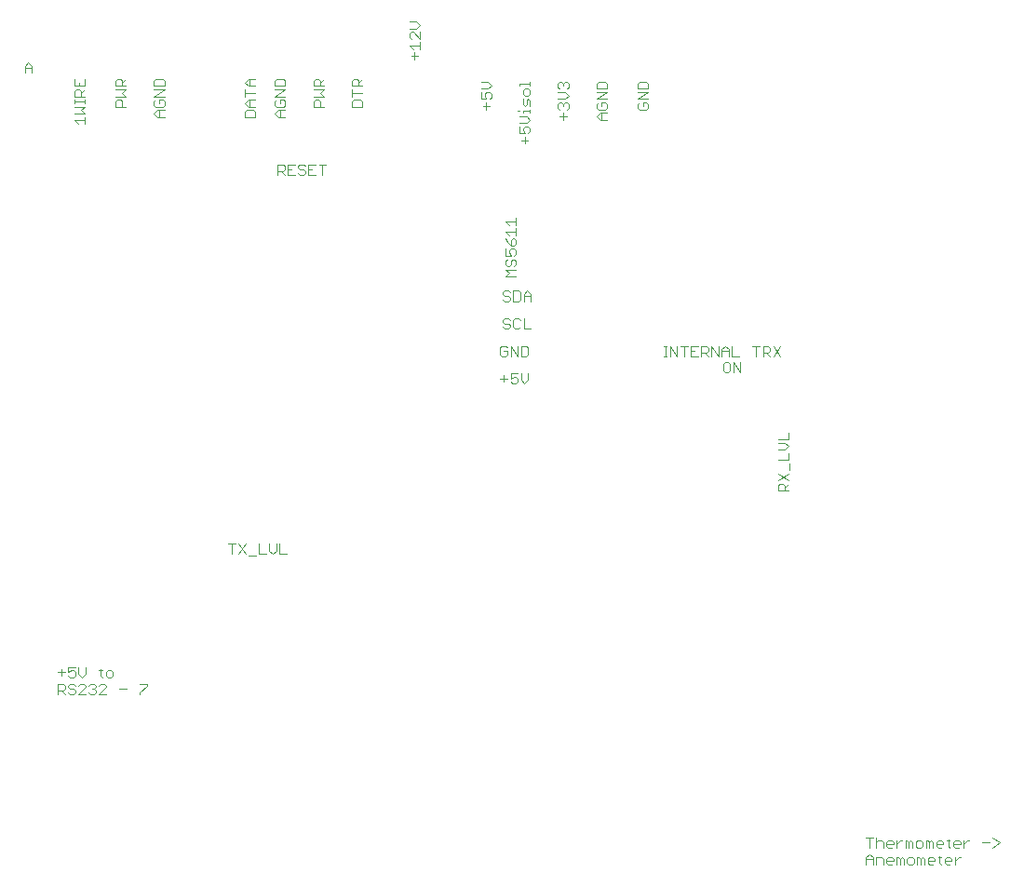
<source format=gtl>
G75*
%MOIN*%
%OFA0B0*%
%FSLAX25Y25*%
%IPPOS*%
%LPD*%
%AMOC8*
5,1,8,0,0,1.08239X$1,22.5*
%
%ADD10C,0.00300*%
D10*
X0049882Y0102265D02*
X0049882Y0105968D01*
X0051734Y0105968D01*
X0052351Y0105351D01*
X0052351Y0104117D01*
X0051734Y0103499D01*
X0049882Y0103499D01*
X0051117Y0103499D02*
X0052351Y0102265D01*
X0053565Y0102882D02*
X0054183Y0102265D01*
X0055417Y0102265D01*
X0056034Y0102882D01*
X0056034Y0103499D01*
X0055417Y0104117D01*
X0054183Y0104117D01*
X0053565Y0104734D01*
X0053565Y0105351D01*
X0054183Y0105968D01*
X0055417Y0105968D01*
X0056034Y0105351D01*
X0057249Y0105351D02*
X0057866Y0105968D01*
X0059100Y0105968D01*
X0059717Y0105351D01*
X0059717Y0104734D01*
X0057249Y0102265D01*
X0059717Y0102265D01*
X0060932Y0102882D02*
X0061549Y0102265D01*
X0062783Y0102265D01*
X0063400Y0102882D01*
X0063400Y0103499D01*
X0062783Y0104117D01*
X0062166Y0104117D01*
X0062783Y0104117D02*
X0063400Y0104734D01*
X0063400Y0105351D01*
X0062783Y0105968D01*
X0061549Y0105968D01*
X0060932Y0105351D01*
X0064615Y0105351D02*
X0065232Y0105968D01*
X0066466Y0105968D01*
X0067084Y0105351D01*
X0067084Y0104734D01*
X0064615Y0102265D01*
X0067084Y0102265D01*
X0071981Y0104117D02*
X0074450Y0104117D01*
X0079347Y0102882D02*
X0079347Y0102265D01*
X0079347Y0102882D02*
X0081816Y0105351D01*
X0081816Y0105968D01*
X0079347Y0105968D01*
X0069539Y0108882D02*
X0069539Y0110117D01*
X0068922Y0110734D01*
X0067687Y0110734D01*
X0067070Y0110117D01*
X0067070Y0108882D01*
X0067687Y0108265D01*
X0068922Y0108265D01*
X0069539Y0108882D01*
X0065849Y0108265D02*
X0065232Y0108882D01*
X0065232Y0111351D01*
X0064615Y0110734D02*
X0065849Y0110734D01*
X0059717Y0111968D02*
X0059717Y0109499D01*
X0058483Y0108265D01*
X0057249Y0109499D01*
X0057249Y0111968D01*
X0056034Y0111968D02*
X0053565Y0111968D01*
X0053565Y0110117D01*
X0054800Y0110734D01*
X0055417Y0110734D01*
X0056034Y0110117D01*
X0056034Y0108882D01*
X0055417Y0108265D01*
X0054183Y0108265D01*
X0053565Y0108882D01*
X0052351Y0110117D02*
X0049882Y0110117D01*
X0051117Y0111351D02*
X0051117Y0108882D01*
X0112140Y0152462D02*
X0112140Y0156165D01*
X0110906Y0156165D02*
X0113375Y0156165D01*
X0114589Y0156165D02*
X0117058Y0152462D01*
X0118272Y0151845D02*
X0120741Y0151845D01*
X0121955Y0152462D02*
X0124424Y0152462D01*
X0125638Y0153696D02*
X0126873Y0152462D01*
X0128107Y0153696D01*
X0128107Y0156165D01*
X0129322Y0156165D02*
X0129322Y0152462D01*
X0131790Y0152462D01*
X0125638Y0153696D02*
X0125638Y0156165D01*
X0121955Y0156165D02*
X0121955Y0152462D01*
X0117058Y0156165D02*
X0114589Y0152462D01*
X0208347Y0215337D02*
X0210816Y0215337D01*
X0212030Y0215337D02*
X0213264Y0215954D01*
X0213882Y0215954D01*
X0214499Y0215337D01*
X0214499Y0214103D01*
X0213882Y0213485D01*
X0212647Y0213485D01*
X0212030Y0214103D01*
X0212030Y0215337D02*
X0212030Y0217189D01*
X0214499Y0217189D01*
X0215713Y0217189D02*
X0215713Y0214720D01*
X0216948Y0213485D01*
X0218182Y0214720D01*
X0218182Y0217189D01*
X0217565Y0223328D02*
X0215713Y0223328D01*
X0215713Y0227031D01*
X0217565Y0227031D01*
X0218182Y0226414D01*
X0218182Y0223945D01*
X0217565Y0223328D01*
X0214499Y0223328D02*
X0214499Y0227031D01*
X0212030Y0227031D02*
X0212030Y0223328D01*
X0210816Y0223945D02*
X0210816Y0225180D01*
X0209581Y0225180D01*
X0208347Y0226414D02*
X0208347Y0223945D01*
X0208964Y0223328D01*
X0210198Y0223328D01*
X0210816Y0223945D01*
X0210816Y0226414D02*
X0210198Y0227031D01*
X0208964Y0227031D01*
X0208347Y0226414D01*
X0212030Y0227031D02*
X0214499Y0223328D01*
X0209581Y0216571D02*
X0209581Y0214103D01*
X0209948Y0233170D02*
X0209331Y0233788D01*
X0209948Y0233170D02*
X0211183Y0233170D01*
X0211800Y0233788D01*
X0211800Y0234405D01*
X0211183Y0235022D01*
X0209948Y0235022D01*
X0209331Y0235639D01*
X0209331Y0236256D01*
X0209948Y0236874D01*
X0211183Y0236874D01*
X0211800Y0236256D01*
X0213014Y0236256D02*
X0213631Y0236874D01*
X0214866Y0236874D01*
X0215483Y0236256D01*
X0216697Y0236874D02*
X0216697Y0233170D01*
X0219166Y0233170D01*
X0215483Y0233788D02*
X0214866Y0233170D01*
X0213631Y0233170D01*
X0213014Y0233788D01*
X0213014Y0236256D01*
X0213014Y0243013D02*
X0214866Y0243013D01*
X0215483Y0243630D01*
X0215483Y0246099D01*
X0214866Y0246716D01*
X0213014Y0246716D01*
X0213014Y0243013D01*
X0211800Y0243630D02*
X0211800Y0244247D01*
X0211183Y0244865D01*
X0209948Y0244865D01*
X0209331Y0245482D01*
X0209331Y0246099D01*
X0209948Y0246716D01*
X0211183Y0246716D01*
X0211800Y0246099D01*
X0211800Y0243630D02*
X0211183Y0243013D01*
X0209948Y0243013D01*
X0209331Y0243630D01*
X0216697Y0243013D02*
X0216697Y0245482D01*
X0217932Y0246716D01*
X0219166Y0245482D01*
X0219166Y0243013D01*
X0219166Y0244865D02*
X0216697Y0244865D01*
X0213952Y0251871D02*
X0210249Y0251871D01*
X0211484Y0253106D01*
X0210249Y0254340D01*
X0213952Y0254340D01*
X0213335Y0255554D02*
X0213952Y0256172D01*
X0213952Y0257406D01*
X0213335Y0258023D01*
X0212718Y0258023D01*
X0212101Y0257406D01*
X0212101Y0256172D01*
X0211484Y0255554D01*
X0210866Y0255554D01*
X0210249Y0256172D01*
X0210249Y0257406D01*
X0210866Y0258023D01*
X0210249Y0259238D02*
X0212101Y0259238D01*
X0211484Y0260472D01*
X0211484Y0261089D01*
X0212101Y0261706D01*
X0213335Y0261706D01*
X0213952Y0261089D01*
X0213952Y0259855D01*
X0213335Y0259238D01*
X0210249Y0259238D02*
X0210249Y0261706D01*
X0212101Y0262921D02*
X0212101Y0264772D01*
X0212718Y0265389D01*
X0213335Y0265389D01*
X0213952Y0264772D01*
X0213952Y0263538D01*
X0213335Y0262921D01*
X0212101Y0262921D01*
X0210866Y0264155D01*
X0210249Y0265389D01*
X0211484Y0266604D02*
X0210249Y0267838D01*
X0213952Y0267838D01*
X0213952Y0266604D02*
X0213952Y0269073D01*
X0213952Y0270287D02*
X0213952Y0272756D01*
X0213952Y0271521D02*
X0210249Y0271521D01*
X0211484Y0270287D01*
X0217085Y0299411D02*
X0217085Y0301880D01*
X0217085Y0303094D02*
X0216468Y0304328D01*
X0216468Y0304946D01*
X0217085Y0305563D01*
X0218319Y0305563D01*
X0218937Y0304946D01*
X0218937Y0303711D01*
X0218319Y0303094D01*
X0217085Y0303094D02*
X0215233Y0303094D01*
X0215233Y0305563D01*
X0215233Y0306777D02*
X0217702Y0306777D01*
X0218937Y0308011D01*
X0217702Y0309246D01*
X0215233Y0309246D01*
X0216468Y0310460D02*
X0216468Y0311077D01*
X0218937Y0311077D01*
X0218937Y0310460D02*
X0218937Y0311695D01*
X0218937Y0312916D02*
X0218937Y0314767D01*
X0218319Y0315384D01*
X0217702Y0314767D01*
X0217702Y0313533D01*
X0217085Y0312916D01*
X0216468Y0313533D01*
X0216468Y0315384D01*
X0217085Y0316599D02*
X0216468Y0317216D01*
X0216468Y0318450D01*
X0217085Y0319068D01*
X0218319Y0319068D01*
X0218937Y0318450D01*
X0218937Y0317216D01*
X0218319Y0316599D01*
X0217085Y0316599D01*
X0215233Y0320282D02*
X0215233Y0320899D01*
X0218937Y0320899D01*
X0218937Y0320282D02*
X0218937Y0321516D01*
X0229013Y0320906D02*
X0229630Y0321523D01*
X0230247Y0321523D01*
X0230865Y0320906D01*
X0231482Y0321523D01*
X0232099Y0321523D01*
X0232716Y0320906D01*
X0232716Y0319671D01*
X0232099Y0319054D01*
X0231482Y0317840D02*
X0229013Y0317840D01*
X0229630Y0319054D02*
X0229013Y0319671D01*
X0229013Y0320906D01*
X0230865Y0320906D02*
X0230865Y0320289D01*
X0231482Y0317840D02*
X0232716Y0316605D01*
X0231482Y0315371D01*
X0229013Y0315371D01*
X0229630Y0314157D02*
X0229013Y0313540D01*
X0229013Y0312305D01*
X0229630Y0311688D01*
X0230865Y0310474D02*
X0230865Y0308005D01*
X0229630Y0309239D02*
X0232099Y0309239D01*
X0232099Y0311688D02*
X0232716Y0312305D01*
X0232716Y0313540D01*
X0232099Y0314157D01*
X0231482Y0314157D01*
X0230865Y0313540D01*
X0230865Y0312922D01*
X0230865Y0313540D02*
X0230247Y0314157D01*
X0229630Y0314157D01*
X0242793Y0313540D02*
X0242793Y0312305D01*
X0243410Y0311688D01*
X0245878Y0311688D01*
X0246496Y0312305D01*
X0246496Y0313540D01*
X0245878Y0314157D01*
X0244644Y0314157D01*
X0244644Y0312922D01*
X0243410Y0314157D02*
X0242793Y0313540D01*
X0242793Y0315371D02*
X0246496Y0317840D01*
X0242793Y0317840D01*
X0242793Y0319054D02*
X0242793Y0320906D01*
X0243410Y0321523D01*
X0245878Y0321523D01*
X0246496Y0320906D01*
X0246496Y0319054D01*
X0242793Y0319054D01*
X0242793Y0315371D02*
X0246496Y0315371D01*
X0246496Y0310474D02*
X0244027Y0310474D01*
X0242793Y0309239D01*
X0244027Y0308005D01*
X0246496Y0308005D01*
X0244644Y0308005D02*
X0244644Y0310474D01*
X0257556Y0312305D02*
X0258173Y0311688D01*
X0260642Y0311688D01*
X0261259Y0312305D01*
X0261259Y0313540D01*
X0260642Y0314157D01*
X0259408Y0314157D01*
X0259408Y0312922D01*
X0258173Y0314157D02*
X0257556Y0313540D01*
X0257556Y0312305D01*
X0257556Y0315371D02*
X0261259Y0317840D01*
X0257556Y0317840D01*
X0257556Y0319054D02*
X0257556Y0320906D01*
X0258173Y0321523D01*
X0260642Y0321523D01*
X0261259Y0320906D01*
X0261259Y0319054D01*
X0257556Y0319054D01*
X0257556Y0315371D02*
X0261259Y0315371D01*
X0218319Y0300645D02*
X0215851Y0300645D01*
X0215233Y0311077D02*
X0214616Y0311077D01*
X0204540Y0312922D02*
X0202071Y0312922D01*
X0203306Y0311688D02*
X0203306Y0314157D01*
X0203306Y0315371D02*
X0202688Y0316605D01*
X0202688Y0317223D01*
X0203306Y0317840D01*
X0204540Y0317840D01*
X0205157Y0317223D01*
X0205157Y0315988D01*
X0204540Y0315371D01*
X0203306Y0315371D02*
X0201454Y0315371D01*
X0201454Y0317840D01*
X0201454Y0319054D02*
X0203923Y0319054D01*
X0205157Y0320289D01*
X0203923Y0321523D01*
X0201454Y0321523D01*
X0178886Y0330862D02*
X0176418Y0330862D01*
X0177652Y0329627D02*
X0177652Y0332096D01*
X0177035Y0333310D02*
X0175800Y0334545D01*
X0179504Y0334545D01*
X0179504Y0335779D02*
X0179504Y0333310D01*
X0179504Y0336993D02*
X0177035Y0339462D01*
X0176418Y0339462D01*
X0175800Y0338845D01*
X0175800Y0337611D01*
X0176418Y0336993D01*
X0179504Y0336993D02*
X0179504Y0339462D01*
X0178269Y0340677D02*
X0179504Y0341911D01*
X0178269Y0343145D01*
X0175800Y0343145D01*
X0175800Y0340677D02*
X0178269Y0340677D01*
X0158897Y0322507D02*
X0157663Y0321273D01*
X0157663Y0321890D02*
X0157663Y0320039D01*
X0158897Y0320039D02*
X0155194Y0320039D01*
X0155194Y0321890D01*
X0155811Y0322507D01*
X0157046Y0322507D01*
X0157663Y0321890D01*
X0155194Y0318824D02*
X0155194Y0316355D01*
X0155194Y0317590D02*
X0158897Y0317590D01*
X0158280Y0315141D02*
X0155811Y0315141D01*
X0155194Y0314524D01*
X0155194Y0312672D01*
X0158897Y0312672D01*
X0158897Y0314524D01*
X0158280Y0315141D01*
X0145118Y0316355D02*
X0143883Y0317590D01*
X0145118Y0318824D01*
X0141415Y0318824D01*
X0141415Y0320039D02*
X0141415Y0321890D01*
X0142032Y0322507D01*
X0143266Y0322507D01*
X0143883Y0321890D01*
X0143883Y0320039D01*
X0143883Y0321273D02*
X0145118Y0322507D01*
X0145118Y0320039D02*
X0141415Y0320039D01*
X0141415Y0316355D02*
X0145118Y0316355D01*
X0143883Y0314524D02*
X0143883Y0312672D01*
X0145118Y0312672D02*
X0141415Y0312672D01*
X0141415Y0314524D01*
X0142032Y0315141D01*
X0143266Y0315141D01*
X0143883Y0314524D01*
X0131338Y0314524D02*
X0131338Y0313289D01*
X0130721Y0312672D01*
X0128252Y0312672D01*
X0127635Y0313289D01*
X0127635Y0314524D01*
X0128252Y0315141D01*
X0129487Y0315141D02*
X0129487Y0313907D01*
X0129487Y0315141D02*
X0130721Y0315141D01*
X0131338Y0314524D01*
X0131338Y0316355D02*
X0127635Y0316355D01*
X0131338Y0318824D01*
X0127635Y0318824D01*
X0127635Y0320038D02*
X0127635Y0321890D01*
X0128252Y0322507D01*
X0130721Y0322507D01*
X0131338Y0321890D01*
X0131338Y0320038D01*
X0127635Y0320038D01*
X0120511Y0320038D02*
X0118043Y0320038D01*
X0116808Y0321273D01*
X0118043Y0322507D01*
X0120511Y0322507D01*
X0118660Y0322507D02*
X0118660Y0320038D01*
X0116808Y0318824D02*
X0116808Y0316355D01*
X0116808Y0317590D02*
X0120511Y0317590D01*
X0120511Y0315141D02*
X0118043Y0315141D01*
X0116808Y0313907D01*
X0118043Y0312672D01*
X0120511Y0312672D01*
X0119894Y0311458D02*
X0117425Y0311458D01*
X0116808Y0310841D01*
X0116808Y0308989D01*
X0120511Y0308989D01*
X0120511Y0310841D01*
X0119894Y0311458D01*
X0118660Y0312672D02*
X0118660Y0315141D01*
X0127635Y0310223D02*
X0128869Y0311458D01*
X0131338Y0311458D01*
X0129487Y0311458D02*
X0129487Y0308989D01*
X0128869Y0308989D02*
X0127635Y0310223D01*
X0128869Y0308989D02*
X0131338Y0308989D01*
X0130474Y0291992D02*
X0131091Y0291375D01*
X0131091Y0290140D01*
X0130474Y0289523D01*
X0128622Y0289523D01*
X0128622Y0288289D02*
X0128622Y0291992D01*
X0130474Y0291992D01*
X0132306Y0291992D02*
X0132306Y0288289D01*
X0134774Y0288289D01*
X0135989Y0288906D02*
X0136606Y0288289D01*
X0137840Y0288289D01*
X0138458Y0288906D01*
X0138458Y0289523D01*
X0137840Y0290140D01*
X0136606Y0290140D01*
X0135989Y0290757D01*
X0135989Y0291375D01*
X0136606Y0291992D01*
X0137840Y0291992D01*
X0138458Y0291375D01*
X0139672Y0291992D02*
X0139672Y0288289D01*
X0142141Y0288289D01*
X0140906Y0290140D02*
X0139672Y0290140D01*
X0139672Y0291992D02*
X0142141Y0291992D01*
X0143355Y0291992D02*
X0145824Y0291992D01*
X0144589Y0291992D02*
X0144589Y0288289D01*
X0134774Y0291992D02*
X0132306Y0291992D01*
X0132306Y0290140D02*
X0133540Y0290140D01*
X0131091Y0288289D02*
X0129857Y0289523D01*
X0088031Y0308989D02*
X0085562Y0308989D01*
X0084328Y0310223D01*
X0085562Y0311458D01*
X0088031Y0311458D01*
X0087414Y0312672D02*
X0088031Y0313289D01*
X0088031Y0314524D01*
X0087414Y0315141D01*
X0086180Y0315141D01*
X0086180Y0313907D01*
X0087414Y0312672D02*
X0084945Y0312672D01*
X0084328Y0313289D01*
X0084328Y0314524D01*
X0084945Y0315141D01*
X0084328Y0316355D02*
X0088031Y0316355D01*
X0088031Y0318824D02*
X0084328Y0318824D01*
X0084328Y0320038D02*
X0084328Y0321890D01*
X0084945Y0322507D01*
X0087414Y0322507D01*
X0088031Y0321890D01*
X0088031Y0320038D01*
X0084328Y0320038D01*
X0084328Y0316355D02*
X0088031Y0318824D01*
X0086180Y0311458D02*
X0086180Y0308989D01*
X0074252Y0312672D02*
X0070548Y0312672D01*
X0070548Y0314524D01*
X0071166Y0315141D01*
X0072400Y0315141D01*
X0073017Y0314524D01*
X0073017Y0312672D01*
X0074252Y0316355D02*
X0070548Y0316355D01*
X0070548Y0318824D02*
X0074252Y0318824D01*
X0073017Y0317590D01*
X0074252Y0316355D01*
X0074252Y0320039D02*
X0070548Y0320039D01*
X0070548Y0321890D01*
X0071166Y0322507D01*
X0072400Y0322507D01*
X0073017Y0321890D01*
X0073017Y0320039D01*
X0073017Y0321273D02*
X0074252Y0322507D01*
X0059488Y0322507D02*
X0059488Y0320038D01*
X0055785Y0320038D01*
X0055785Y0322507D01*
X0057636Y0321273D02*
X0057636Y0320038D01*
X0057636Y0318824D02*
X0058253Y0318207D01*
X0058253Y0316355D01*
X0058253Y0317590D02*
X0059488Y0318824D01*
X0057636Y0318824D02*
X0056402Y0318824D01*
X0055785Y0318207D01*
X0055785Y0316355D01*
X0059488Y0316355D01*
X0059488Y0315134D02*
X0059488Y0313900D01*
X0059488Y0314517D02*
X0055785Y0314517D01*
X0055785Y0313900D02*
X0055785Y0315134D01*
X0055785Y0312686D02*
X0059488Y0312686D01*
X0058253Y0311451D01*
X0059488Y0310217D01*
X0055785Y0310217D01*
X0055785Y0307768D02*
X0059488Y0307768D01*
X0059488Y0306534D02*
X0059488Y0309002D01*
X0057019Y0306534D02*
X0055785Y0307768D01*
X0040540Y0324706D02*
X0040540Y0327175D01*
X0039306Y0328409D01*
X0038071Y0327175D01*
X0038071Y0324706D01*
X0038071Y0326557D02*
X0040540Y0326557D01*
X0266755Y0226968D02*
X0267989Y0226968D01*
X0267372Y0226968D02*
X0267372Y0223265D01*
X0266755Y0223265D02*
X0267989Y0223265D01*
X0269210Y0223265D02*
X0269210Y0226968D01*
X0271679Y0223265D01*
X0271679Y0226968D01*
X0272893Y0226968D02*
X0275362Y0226968D01*
X0276576Y0226968D02*
X0276576Y0223265D01*
X0279045Y0223265D01*
X0280260Y0223265D02*
X0280260Y0226968D01*
X0282111Y0226968D01*
X0282728Y0226351D01*
X0282728Y0225117D01*
X0282111Y0224499D01*
X0280260Y0224499D01*
X0281494Y0224499D02*
X0282728Y0223265D01*
X0283943Y0223265D02*
X0283943Y0226968D01*
X0286412Y0223265D01*
X0286412Y0226968D01*
X0287626Y0225734D02*
X0288860Y0226968D01*
X0290095Y0225734D01*
X0290095Y0223265D01*
X0291309Y0223265D02*
X0293778Y0223265D01*
X0294223Y0221126D02*
X0294223Y0217422D01*
X0291754Y0221126D01*
X0291754Y0217422D01*
X0290540Y0218040D02*
X0290540Y0220508D01*
X0289923Y0221126D01*
X0288688Y0221126D01*
X0288071Y0220508D01*
X0288071Y0218040D01*
X0288688Y0217422D01*
X0289923Y0217422D01*
X0290540Y0218040D01*
X0291309Y0223265D02*
X0291309Y0226968D01*
X0290095Y0225117D02*
X0287626Y0225117D01*
X0287626Y0225734D02*
X0287626Y0223265D01*
X0279045Y0226968D02*
X0276576Y0226968D01*
X0276576Y0225117D02*
X0277811Y0225117D01*
X0274128Y0226968D02*
X0274128Y0223265D01*
X0298675Y0226968D02*
X0301144Y0226968D01*
X0302358Y0226968D02*
X0302358Y0223265D01*
X0302358Y0224499D02*
X0304210Y0224499D01*
X0304827Y0225117D01*
X0304827Y0226351D01*
X0304210Y0226968D01*
X0302358Y0226968D01*
X0299910Y0226968D02*
X0299910Y0223265D01*
X0303593Y0224499D02*
X0304827Y0223265D01*
X0306042Y0223265D02*
X0308510Y0226968D01*
X0306042Y0226968D02*
X0308510Y0223265D01*
X0311393Y0195984D02*
X0311393Y0193515D01*
X0307690Y0193515D01*
X0307690Y0192301D02*
X0310159Y0192301D01*
X0311393Y0191067D01*
X0310159Y0189832D01*
X0307690Y0189832D01*
X0307690Y0186149D02*
X0311393Y0186149D01*
X0311393Y0188618D01*
X0312010Y0184935D02*
X0312010Y0182466D01*
X0311393Y0181252D02*
X0307690Y0178783D01*
X0308307Y0177568D02*
X0309542Y0177568D01*
X0310159Y0176951D01*
X0310159Y0175100D01*
X0310159Y0176334D02*
X0311393Y0177568D01*
X0311393Y0178783D02*
X0307690Y0181252D01*
X0308307Y0177568D02*
X0307690Y0176951D01*
X0307690Y0175100D01*
X0311393Y0175100D01*
X0339252Y0050945D02*
X0341721Y0050945D01*
X0342936Y0050945D02*
X0342936Y0047241D01*
X0342936Y0049093D02*
X0343553Y0049710D01*
X0344787Y0049710D01*
X0345404Y0049093D01*
X0345404Y0047241D01*
X0346619Y0047859D02*
X0346619Y0049093D01*
X0347236Y0049710D01*
X0348470Y0049710D01*
X0349087Y0049093D01*
X0349087Y0048476D01*
X0346619Y0048476D01*
X0346619Y0047859D02*
X0347236Y0047241D01*
X0348470Y0047241D01*
X0350302Y0047241D02*
X0350302Y0049710D01*
X0351536Y0049710D02*
X0352153Y0049710D01*
X0351536Y0049710D02*
X0350302Y0048476D01*
X0353371Y0049710D02*
X0353988Y0049710D01*
X0354605Y0049093D01*
X0355223Y0049710D01*
X0355840Y0049093D01*
X0355840Y0047241D01*
X0354605Y0047241D02*
X0354605Y0049093D01*
X0353371Y0049710D02*
X0353371Y0047241D01*
X0357054Y0047859D02*
X0357671Y0047241D01*
X0358906Y0047241D01*
X0359523Y0047859D01*
X0359523Y0049093D01*
X0358906Y0049710D01*
X0357671Y0049710D01*
X0357054Y0049093D01*
X0357054Y0047859D01*
X0360737Y0047241D02*
X0360737Y0049710D01*
X0361355Y0049710D01*
X0361972Y0049093D01*
X0362589Y0049710D01*
X0363206Y0049093D01*
X0363206Y0047241D01*
X0361972Y0047241D02*
X0361972Y0049093D01*
X0364421Y0049093D02*
X0365038Y0049710D01*
X0366272Y0049710D01*
X0366889Y0049093D01*
X0366889Y0048476D01*
X0364421Y0048476D01*
X0364421Y0047859D02*
X0364421Y0049093D01*
X0364421Y0047859D02*
X0365038Y0047241D01*
X0366272Y0047241D01*
X0368721Y0047859D02*
X0369338Y0047241D01*
X0368721Y0047859D02*
X0368721Y0050327D01*
X0368104Y0049710D02*
X0369338Y0049710D01*
X0370559Y0049093D02*
X0371176Y0049710D01*
X0372411Y0049710D01*
X0373028Y0049093D01*
X0373028Y0048476D01*
X0370559Y0048476D01*
X0370559Y0047859D02*
X0370559Y0049093D01*
X0370559Y0047859D02*
X0371176Y0047241D01*
X0372411Y0047241D01*
X0374242Y0047241D02*
X0374242Y0049710D01*
X0374242Y0048476D02*
X0375477Y0049710D01*
X0376094Y0049710D01*
X0380995Y0049093D02*
X0383463Y0049093D01*
X0384678Y0050945D02*
X0387147Y0049093D01*
X0384678Y0047241D01*
X0373025Y0043710D02*
X0372407Y0043710D01*
X0371173Y0042476D01*
X0369959Y0042476D02*
X0367490Y0042476D01*
X0367490Y0043093D02*
X0368107Y0043710D01*
X0369341Y0043710D01*
X0369959Y0043093D01*
X0369959Y0042476D01*
X0369341Y0041241D02*
X0368107Y0041241D01*
X0367490Y0041859D01*
X0367490Y0043093D01*
X0366269Y0043710D02*
X0365034Y0043710D01*
X0365652Y0044327D02*
X0365652Y0041859D01*
X0366269Y0041241D01*
X0363820Y0042476D02*
X0361351Y0042476D01*
X0361351Y0043093D02*
X0361968Y0043710D01*
X0363203Y0043710D01*
X0363820Y0043093D01*
X0363820Y0042476D01*
X0363203Y0041241D02*
X0361968Y0041241D01*
X0361351Y0041859D01*
X0361351Y0043093D01*
X0360137Y0043093D02*
X0360137Y0041241D01*
X0358902Y0041241D02*
X0358902Y0043093D01*
X0359520Y0043710D01*
X0360137Y0043093D01*
X0358902Y0043093D02*
X0358285Y0043710D01*
X0357668Y0043710D01*
X0357668Y0041241D01*
X0356454Y0041859D02*
X0356454Y0043093D01*
X0355837Y0043710D01*
X0354602Y0043710D01*
X0353985Y0043093D01*
X0353985Y0041859D01*
X0354602Y0041241D01*
X0355837Y0041241D01*
X0356454Y0041859D01*
X0352771Y0041241D02*
X0352771Y0043093D01*
X0352153Y0043710D01*
X0351536Y0043093D01*
X0351536Y0041241D01*
X0350302Y0041241D02*
X0350302Y0043710D01*
X0350919Y0043710D01*
X0351536Y0043093D01*
X0349087Y0043093D02*
X0349087Y0042476D01*
X0346619Y0042476D01*
X0346619Y0043093D02*
X0347236Y0043710D01*
X0348470Y0043710D01*
X0349087Y0043093D01*
X0348470Y0041241D02*
X0347236Y0041241D01*
X0346619Y0041859D01*
X0346619Y0043093D01*
X0345404Y0043093D02*
X0345404Y0041241D01*
X0345404Y0043093D02*
X0344787Y0043710D01*
X0342936Y0043710D01*
X0342936Y0041241D01*
X0341721Y0041241D02*
X0341721Y0043710D01*
X0340487Y0044945D01*
X0339252Y0043710D01*
X0339252Y0041241D01*
X0339252Y0043093D02*
X0341721Y0043093D01*
X0340487Y0047241D02*
X0340487Y0050945D01*
X0371173Y0043710D02*
X0371173Y0041241D01*
M02*

</source>
